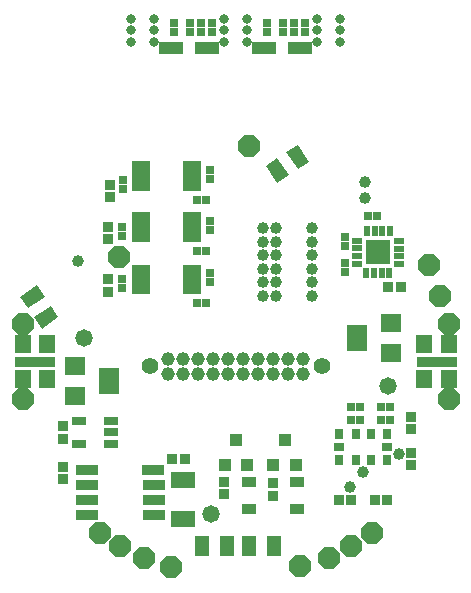
<source format=gts>
G75*
%MOIN*%
%OFA0B0*%
%FSLAX24Y24*%
%IPPOS*%
%LPD*%
%AMOC8*
5,1,8,0,0,1.08239X$1,22.5*
%
%ADD10C,0.0580*%
%ADD11C,0.0316*%
%ADD12R,0.0460X0.0680*%
%ADD13R,0.0710X0.0592*%
%ADD14R,0.0710X0.0867*%
%ADD15R,0.1340X0.0356*%
%ADD16R,0.0533X0.0592*%
%ADD17OC8,0.0710*%
%ADD18C,0.0460*%
%ADD19C,0.0550*%
%ADD20R,0.0631X0.0190*%
%ADD21R,0.0250X0.0250*%
%ADD22R,0.0380X0.0350*%
%ADD23R,0.0474X0.0297*%
%ADD24R,0.0780X0.0330*%
%ADD25R,0.0395X0.0434*%
%ADD26R,0.0480X0.0380*%
%ADD27R,0.0350X0.0380*%
%ADD28R,0.0316X0.0356*%
%ADD29R,0.0356X0.0316*%
%ADD30R,0.0827X0.0827*%
%ADD31R,0.0320X0.0200*%
%ADD32R,0.0200X0.0320*%
%ADD33C,0.0397*%
%ADD34R,0.0820X0.0560*%
%ADD35R,0.0380X0.0380*%
%ADD36R,0.0395X0.0395*%
D10*
X005832Y011700D03*
X010080Y005832D03*
X015948Y010080D03*
D11*
X014370Y021560D03*
X014370Y021940D03*
X014370Y022320D03*
X013610Y022320D03*
X013610Y021940D03*
X013610Y021560D03*
X011270Y021560D03*
X011270Y021940D03*
X011270Y022320D03*
X010510Y022320D03*
X010510Y021940D03*
X010510Y021560D03*
X008170Y021560D03*
X008170Y021940D03*
X008170Y022320D03*
X007410Y022320D03*
X007410Y021940D03*
X007410Y021560D03*
D12*
G36*
X012655Y017108D02*
X012275Y016851D01*
X011895Y017414D01*
X012275Y017671D01*
X012655Y017108D01*
G37*
G36*
X013335Y017566D02*
X012955Y017309D01*
X012575Y017872D01*
X012955Y018129D01*
X013335Y017566D01*
G37*
G36*
X004722Y012756D02*
X004979Y012376D01*
X004416Y011996D01*
X004159Y012376D01*
X004722Y012756D01*
G37*
G36*
X004264Y013436D02*
X004521Y013056D01*
X003958Y012676D01*
X003701Y013056D01*
X004264Y013436D01*
G37*
X009780Y004740D03*
X010600Y004740D03*
X011330Y004740D03*
X012150Y004740D03*
D13*
X016061Y011169D03*
X016061Y012169D03*
X005519Y010761D03*
X005519Y009761D03*
D14*
X006661Y010261D03*
X014919Y011669D03*
D15*
X017584Y010890D03*
X004196Y010890D03*
D16*
X003793Y010309D03*
X004600Y010309D03*
X004600Y011471D03*
X003793Y011471D03*
X017180Y011471D03*
X017987Y011471D03*
X017987Y010309D03*
X017180Y010309D03*
D17*
X017990Y009640D03*
X017990Y012140D03*
X017694Y013091D03*
X017340Y014132D03*
X011340Y018090D03*
X006990Y014390D03*
X003790Y012140D03*
X003790Y009640D03*
X006357Y005190D03*
X007041Y004736D03*
X007840Y004340D03*
X008740Y004040D03*
X013040Y004090D03*
X013990Y004340D03*
X014740Y004740D03*
X015440Y005190D03*
D18*
X013140Y010490D03*
X013140Y010990D03*
X012640Y010990D03*
X012640Y010490D03*
X012140Y010490D03*
X012140Y010990D03*
X011640Y010990D03*
X011640Y010490D03*
X011140Y010490D03*
X011140Y010990D03*
X010640Y010990D03*
X010640Y010490D03*
X010140Y010490D03*
X010140Y010990D03*
X009640Y010990D03*
X009640Y010490D03*
X009140Y010490D03*
X009140Y010990D03*
X008640Y010990D03*
X008640Y010490D03*
D19*
X008015Y010740D03*
X013765Y010740D03*
D20*
X009433Y013246D03*
X009433Y013443D03*
X009433Y013640D03*
X009433Y013837D03*
X009433Y014034D03*
X009433Y014996D03*
X009433Y015193D03*
X009433Y015390D03*
X009433Y015587D03*
X009433Y015784D03*
X009433Y016696D03*
X009433Y016893D03*
X009433Y017090D03*
X009433Y017287D03*
X009433Y017484D03*
X007747Y017484D03*
X007747Y017287D03*
X007747Y017090D03*
X007747Y016893D03*
X007747Y016696D03*
X007747Y015784D03*
X007747Y015587D03*
X007747Y015390D03*
X007747Y015193D03*
X007747Y014996D03*
X007747Y014034D03*
X007747Y013837D03*
X007747Y013640D03*
X007747Y013443D03*
X007747Y013246D03*
D21*
X007090Y013335D03*
X007090Y013645D03*
X007090Y015085D03*
X007090Y015395D03*
X007140Y016635D03*
X007140Y016945D03*
X009585Y016290D03*
X009895Y016290D03*
X010040Y015595D03*
X010040Y015285D03*
X009895Y014590D03*
X009585Y014590D03*
X010040Y013845D03*
X010040Y013535D03*
X009895Y012840D03*
X009585Y012840D03*
X010040Y016985D03*
X010040Y017295D03*
X010107Y021877D03*
X010107Y022187D03*
X009741Y022187D03*
X009741Y021877D03*
X009375Y021877D03*
X009375Y022187D03*
X008820Y022181D03*
X008820Y021871D03*
X011920Y021871D03*
X011920Y022181D03*
X012475Y022187D03*
X012475Y021877D03*
X012841Y021877D03*
X012841Y022187D03*
X013207Y022187D03*
X013207Y021877D03*
X015285Y015740D03*
X015595Y015740D03*
X014540Y015045D03*
X014540Y014735D03*
X014540Y014195D03*
X014540Y013885D03*
X014735Y009390D03*
X015045Y009390D03*
X015045Y008940D03*
X014735Y008940D03*
X015735Y008940D03*
X016045Y008940D03*
X016045Y009390D03*
X015735Y009390D03*
D22*
X005140Y006980D03*
X005140Y007400D03*
X005140Y008330D03*
X005140Y008750D03*
X006640Y013230D03*
X006640Y013650D03*
X006640Y014980D03*
X006640Y015400D03*
X006690Y016380D03*
X006690Y016800D03*
X010490Y006900D03*
X010490Y006480D03*
X012140Y006430D03*
X012140Y006850D03*
D23*
X006721Y008166D03*
X006721Y008540D03*
X006721Y008914D03*
X005659Y008914D03*
X005659Y008166D03*
D24*
X005930Y007290D03*
X005930Y006790D03*
X005930Y006290D03*
X005930Y005790D03*
X008150Y005790D03*
X008150Y006290D03*
X008150Y006790D03*
X008140Y007290D03*
D25*
X010516Y007463D03*
X011264Y007463D03*
X010890Y008290D03*
X012141Y007463D03*
X012515Y008290D03*
X012889Y007463D03*
D26*
X012940Y006880D03*
X012940Y006000D03*
X011340Y006000D03*
X011340Y006880D03*
D27*
X009200Y007640D03*
X008780Y007640D03*
X015980Y013390D03*
X016400Y013390D03*
D28*
X015947Y008498D03*
X015390Y008498D03*
X014890Y008498D03*
X014333Y008498D03*
X014333Y007632D03*
X014890Y007632D03*
X015390Y007632D03*
X015947Y007632D03*
D29*
X015947Y008065D03*
X014333Y008065D03*
D30*
X015640Y014540D03*
D31*
X014941Y014422D03*
X014941Y014678D03*
X014941Y014934D03*
X014941Y014166D03*
X016339Y014146D03*
X016339Y014402D03*
X016339Y014658D03*
X016339Y014914D03*
D32*
X016034Y015239D03*
X015778Y015239D03*
X015522Y015239D03*
X015266Y015239D03*
X015246Y013841D03*
X015502Y013841D03*
X015758Y013841D03*
X016014Y013841D03*
D33*
X015190Y016340D03*
X015190Y016890D03*
X013440Y015340D03*
X013440Y014890D03*
X013440Y014440D03*
X013440Y013990D03*
X013440Y013540D03*
X013440Y013090D03*
X012240Y013090D03*
X012240Y013540D03*
X012240Y013990D03*
X012240Y014440D03*
X012240Y014890D03*
X012240Y015340D03*
X011790Y015340D03*
X011790Y014890D03*
X011790Y014440D03*
X011790Y013990D03*
X011790Y013540D03*
X011790Y013090D03*
X016340Y007815D03*
X015140Y007215D03*
X014690Y006715D03*
X005640Y014240D03*
D34*
X009140Y006940D03*
X009140Y005640D03*
D35*
X014340Y006290D03*
X014740Y006290D03*
X015540Y006290D03*
X015940Y006290D03*
X016715Y007440D03*
X016715Y007840D03*
X016715Y008640D03*
X016715Y009040D03*
D36*
X013240Y021340D03*
X012840Y021340D03*
X012040Y021340D03*
X011640Y021340D03*
X010140Y021340D03*
X009740Y021340D03*
X008940Y021340D03*
X008540Y021340D03*
M02*

</source>
